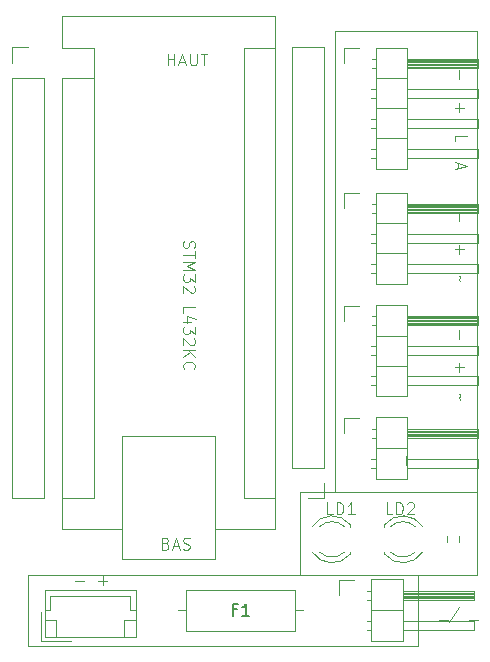
<source format=gbr>
%TF.GenerationSoftware,KiCad,Pcbnew,8.0.3*%
%TF.CreationDate,2024-09-18T17:44:19+02:00*%
%TF.ProjectId,pcb_robot,7063625f-726f-4626-9f74-2e6b69636164,rev?*%
%TF.SameCoordinates,Original*%
%TF.FileFunction,Legend,Top*%
%TF.FilePolarity,Positive*%
%FSLAX46Y46*%
G04 Gerber Fmt 4.6, Leading zero omitted, Abs format (unit mm)*
G04 Created by KiCad (PCBNEW 8.0.3) date 2024-09-18 17:44:19*
%MOMM*%
%LPD*%
G01*
G04 APERTURE LIST*
%ADD10C,0.100000*%
%ADD11C,0.150000*%
%ADD12C,0.120000*%
G04 APERTURE END LIST*
D10*
X130000000Y-105000000D02*
X163000000Y-105000000D01*
X163000000Y-111000000D01*
X130000000Y-111000000D01*
X130000000Y-105000000D01*
X153000000Y-98000000D02*
X168000000Y-98000000D01*
X168000000Y-105000000D01*
X153000000Y-105000000D01*
X153000000Y-98000000D01*
X156000000Y-59000000D02*
X168000000Y-59000000D01*
X168000000Y-98000000D01*
X156000000Y-98000000D01*
X156000000Y-59000000D01*
X164790789Y-108852657D02*
X165552693Y-108852657D01*
X166505074Y-107709800D02*
X165647932Y-108995514D01*
X167362218Y-108852657D02*
X168124122Y-108852657D01*
X143175200Y-76756265D02*
X143127580Y-76899122D01*
X143127580Y-76899122D02*
X143127580Y-77137217D01*
X143127580Y-77137217D02*
X143175200Y-77232455D01*
X143175200Y-77232455D02*
X143222819Y-77280074D01*
X143222819Y-77280074D02*
X143318057Y-77327693D01*
X143318057Y-77327693D02*
X143413295Y-77327693D01*
X143413295Y-77327693D02*
X143508533Y-77280074D01*
X143508533Y-77280074D02*
X143556152Y-77232455D01*
X143556152Y-77232455D02*
X143603771Y-77137217D01*
X143603771Y-77137217D02*
X143651390Y-76946741D01*
X143651390Y-76946741D02*
X143699009Y-76851503D01*
X143699009Y-76851503D02*
X143746628Y-76803884D01*
X143746628Y-76803884D02*
X143841866Y-76756265D01*
X143841866Y-76756265D02*
X143937104Y-76756265D01*
X143937104Y-76756265D02*
X144032342Y-76803884D01*
X144032342Y-76803884D02*
X144079961Y-76851503D01*
X144079961Y-76851503D02*
X144127580Y-76946741D01*
X144127580Y-76946741D02*
X144127580Y-77184836D01*
X144127580Y-77184836D02*
X144079961Y-77327693D01*
X144127580Y-77613408D02*
X144127580Y-78184836D01*
X143127580Y-77899122D02*
X144127580Y-77899122D01*
X143127580Y-78518170D02*
X144127580Y-78518170D01*
X144127580Y-78518170D02*
X143413295Y-78851503D01*
X143413295Y-78851503D02*
X144127580Y-79184836D01*
X144127580Y-79184836D02*
X143127580Y-79184836D01*
X144127580Y-79565789D02*
X144127580Y-80184836D01*
X144127580Y-80184836D02*
X143746628Y-79851503D01*
X143746628Y-79851503D02*
X143746628Y-79994360D01*
X143746628Y-79994360D02*
X143699009Y-80089598D01*
X143699009Y-80089598D02*
X143651390Y-80137217D01*
X143651390Y-80137217D02*
X143556152Y-80184836D01*
X143556152Y-80184836D02*
X143318057Y-80184836D01*
X143318057Y-80184836D02*
X143222819Y-80137217D01*
X143222819Y-80137217D02*
X143175200Y-80089598D01*
X143175200Y-80089598D02*
X143127580Y-79994360D01*
X143127580Y-79994360D02*
X143127580Y-79708646D01*
X143127580Y-79708646D02*
X143175200Y-79613408D01*
X143175200Y-79613408D02*
X143222819Y-79565789D01*
X144032342Y-80565789D02*
X144079961Y-80613408D01*
X144079961Y-80613408D02*
X144127580Y-80708646D01*
X144127580Y-80708646D02*
X144127580Y-80946741D01*
X144127580Y-80946741D02*
X144079961Y-81041979D01*
X144079961Y-81041979D02*
X144032342Y-81089598D01*
X144032342Y-81089598D02*
X143937104Y-81137217D01*
X143937104Y-81137217D02*
X143841866Y-81137217D01*
X143841866Y-81137217D02*
X143699009Y-81089598D01*
X143699009Y-81089598D02*
X143127580Y-80518170D01*
X143127580Y-80518170D02*
X143127580Y-81137217D01*
X143127580Y-82803884D02*
X143127580Y-82327694D01*
X143127580Y-82327694D02*
X144127580Y-82327694D01*
X143794247Y-83565789D02*
X143127580Y-83565789D01*
X144175200Y-83327694D02*
X143460914Y-83089599D01*
X143460914Y-83089599D02*
X143460914Y-83708646D01*
X144127580Y-83994361D02*
X144127580Y-84613408D01*
X144127580Y-84613408D02*
X143746628Y-84280075D01*
X143746628Y-84280075D02*
X143746628Y-84422932D01*
X143746628Y-84422932D02*
X143699009Y-84518170D01*
X143699009Y-84518170D02*
X143651390Y-84565789D01*
X143651390Y-84565789D02*
X143556152Y-84613408D01*
X143556152Y-84613408D02*
X143318057Y-84613408D01*
X143318057Y-84613408D02*
X143222819Y-84565789D01*
X143222819Y-84565789D02*
X143175200Y-84518170D01*
X143175200Y-84518170D02*
X143127580Y-84422932D01*
X143127580Y-84422932D02*
X143127580Y-84137218D01*
X143127580Y-84137218D02*
X143175200Y-84041980D01*
X143175200Y-84041980D02*
X143222819Y-83994361D01*
X144032342Y-84994361D02*
X144079961Y-85041980D01*
X144079961Y-85041980D02*
X144127580Y-85137218D01*
X144127580Y-85137218D02*
X144127580Y-85375313D01*
X144127580Y-85375313D02*
X144079961Y-85470551D01*
X144079961Y-85470551D02*
X144032342Y-85518170D01*
X144032342Y-85518170D02*
X143937104Y-85565789D01*
X143937104Y-85565789D02*
X143841866Y-85565789D01*
X143841866Y-85565789D02*
X143699009Y-85518170D01*
X143699009Y-85518170D02*
X143127580Y-84946742D01*
X143127580Y-84946742D02*
X143127580Y-85565789D01*
X143127580Y-85994361D02*
X144127580Y-85994361D01*
X143127580Y-86565789D02*
X143699009Y-86137218D01*
X144127580Y-86565789D02*
X143556152Y-85994361D01*
X143222819Y-87565789D02*
X143175200Y-87518170D01*
X143175200Y-87518170D02*
X143127580Y-87375313D01*
X143127580Y-87375313D02*
X143127580Y-87280075D01*
X143127580Y-87280075D02*
X143175200Y-87137218D01*
X143175200Y-87137218D02*
X143270438Y-87041980D01*
X143270438Y-87041980D02*
X143365676Y-86994361D01*
X143365676Y-86994361D02*
X143556152Y-86946742D01*
X143556152Y-86946742D02*
X143699009Y-86946742D01*
X143699009Y-86946742D02*
X143889485Y-86994361D01*
X143889485Y-86994361D02*
X143984723Y-87041980D01*
X143984723Y-87041980D02*
X144079961Y-87137218D01*
X144079961Y-87137218D02*
X144127580Y-87280075D01*
X144127580Y-87280075D02*
X144127580Y-87375313D01*
X144127580Y-87375313D02*
X144079961Y-87518170D01*
X144079961Y-87518170D02*
X144032342Y-87565789D01*
X166508533Y-62303884D02*
X166508533Y-63065789D01*
X166508533Y-65065789D02*
X166508533Y-65827694D01*
X166127580Y-65446741D02*
X166889485Y-65446741D01*
X166127580Y-68303884D02*
X166127580Y-67827694D01*
X166127580Y-67827694D02*
X167127580Y-67827694D01*
X166413295Y-70113409D02*
X166413295Y-70589599D01*
X166127580Y-70018171D02*
X167127580Y-70351504D01*
X167127580Y-70351504D02*
X166127580Y-70684837D01*
X141803884Y-61872419D02*
X141803884Y-60872419D01*
X141803884Y-61348609D02*
X142375312Y-61348609D01*
X142375312Y-61872419D02*
X142375312Y-60872419D01*
X142803884Y-61586704D02*
X143280074Y-61586704D01*
X142708646Y-61872419D02*
X143041979Y-60872419D01*
X143041979Y-60872419D02*
X143375312Y-61872419D01*
X143708646Y-60872419D02*
X143708646Y-61681942D01*
X143708646Y-61681942D02*
X143756265Y-61777180D01*
X143756265Y-61777180D02*
X143803884Y-61824800D01*
X143803884Y-61824800D02*
X143899122Y-61872419D01*
X143899122Y-61872419D02*
X144089598Y-61872419D01*
X144089598Y-61872419D02*
X144184836Y-61824800D01*
X144184836Y-61824800D02*
X144232455Y-61777180D01*
X144232455Y-61777180D02*
X144280074Y-61681942D01*
X144280074Y-61681942D02*
X144280074Y-60872419D01*
X144613408Y-60872419D02*
X145184836Y-60872419D01*
X144899122Y-61872419D02*
X144899122Y-60872419D01*
X155780074Y-99872419D02*
X155303884Y-99872419D01*
X155303884Y-99872419D02*
X155303884Y-98872419D01*
X156113408Y-99872419D02*
X156113408Y-98872419D01*
X156113408Y-98872419D02*
X156351503Y-98872419D01*
X156351503Y-98872419D02*
X156494360Y-98920038D01*
X156494360Y-98920038D02*
X156589598Y-99015276D01*
X156589598Y-99015276D02*
X156637217Y-99110514D01*
X156637217Y-99110514D02*
X156684836Y-99300990D01*
X156684836Y-99300990D02*
X156684836Y-99443847D01*
X156684836Y-99443847D02*
X156637217Y-99634323D01*
X156637217Y-99634323D02*
X156589598Y-99729561D01*
X156589598Y-99729561D02*
X156494360Y-99824800D01*
X156494360Y-99824800D02*
X156351503Y-99872419D01*
X156351503Y-99872419D02*
X156113408Y-99872419D01*
X157637217Y-99872419D02*
X157065789Y-99872419D01*
X157351503Y-99872419D02*
X157351503Y-98872419D01*
X157351503Y-98872419D02*
X157256265Y-99015276D01*
X157256265Y-99015276D02*
X157161027Y-99110514D01*
X157161027Y-99110514D02*
X157065789Y-99158133D01*
X160827694Y-99872419D02*
X160351504Y-99872419D01*
X160351504Y-99872419D02*
X160351504Y-98872419D01*
X161161028Y-99872419D02*
X161161028Y-98872419D01*
X161161028Y-98872419D02*
X161399123Y-98872419D01*
X161399123Y-98872419D02*
X161541980Y-98920038D01*
X161541980Y-98920038D02*
X161637218Y-99015276D01*
X161637218Y-99015276D02*
X161684837Y-99110514D01*
X161684837Y-99110514D02*
X161732456Y-99300990D01*
X161732456Y-99300990D02*
X161732456Y-99443847D01*
X161732456Y-99443847D02*
X161684837Y-99634323D01*
X161684837Y-99634323D02*
X161637218Y-99729561D01*
X161637218Y-99729561D02*
X161541980Y-99824800D01*
X161541980Y-99824800D02*
X161399123Y-99872419D01*
X161399123Y-99872419D02*
X161161028Y-99872419D01*
X162113409Y-98967657D02*
X162161028Y-98920038D01*
X162161028Y-98920038D02*
X162256266Y-98872419D01*
X162256266Y-98872419D02*
X162494361Y-98872419D01*
X162494361Y-98872419D02*
X162589599Y-98920038D01*
X162589599Y-98920038D02*
X162637218Y-98967657D01*
X162637218Y-98967657D02*
X162684837Y-99062895D01*
X162684837Y-99062895D02*
X162684837Y-99158133D01*
X162684837Y-99158133D02*
X162637218Y-99300990D01*
X162637218Y-99300990D02*
X162065790Y-99872419D01*
X162065790Y-99872419D02*
X162684837Y-99872419D01*
X162008533Y-94903884D02*
X162008533Y-95665789D01*
X166508533Y-84303884D02*
X166508533Y-85065789D01*
X166508533Y-87065789D02*
X166508533Y-87827694D01*
X166127580Y-87446741D02*
X166889485Y-87446741D01*
X166508533Y-89684837D02*
X166556152Y-89732456D01*
X166556152Y-89732456D02*
X166603771Y-89827694D01*
X166603771Y-89827694D02*
X166508533Y-90018170D01*
X166508533Y-90018170D02*
X166556152Y-90113408D01*
X166556152Y-90113408D02*
X166603771Y-90161027D01*
X141637217Y-102348609D02*
X141780074Y-102396228D01*
X141780074Y-102396228D02*
X141827693Y-102443847D01*
X141827693Y-102443847D02*
X141875312Y-102539085D01*
X141875312Y-102539085D02*
X141875312Y-102681942D01*
X141875312Y-102681942D02*
X141827693Y-102777180D01*
X141827693Y-102777180D02*
X141780074Y-102824800D01*
X141780074Y-102824800D02*
X141684836Y-102872419D01*
X141684836Y-102872419D02*
X141303884Y-102872419D01*
X141303884Y-102872419D02*
X141303884Y-101872419D01*
X141303884Y-101872419D02*
X141637217Y-101872419D01*
X141637217Y-101872419D02*
X141732455Y-101920038D01*
X141732455Y-101920038D02*
X141780074Y-101967657D01*
X141780074Y-101967657D02*
X141827693Y-102062895D01*
X141827693Y-102062895D02*
X141827693Y-102158133D01*
X141827693Y-102158133D02*
X141780074Y-102253371D01*
X141780074Y-102253371D02*
X141732455Y-102300990D01*
X141732455Y-102300990D02*
X141637217Y-102348609D01*
X141637217Y-102348609D02*
X141303884Y-102348609D01*
X142256265Y-102586704D02*
X142732455Y-102586704D01*
X142161027Y-102872419D02*
X142494360Y-101872419D01*
X142494360Y-101872419D02*
X142827693Y-102872419D01*
X143113408Y-102824800D02*
X143256265Y-102872419D01*
X143256265Y-102872419D02*
X143494360Y-102872419D01*
X143494360Y-102872419D02*
X143589598Y-102824800D01*
X143589598Y-102824800D02*
X143637217Y-102777180D01*
X143637217Y-102777180D02*
X143684836Y-102681942D01*
X143684836Y-102681942D02*
X143684836Y-102586704D01*
X143684836Y-102586704D02*
X143637217Y-102491466D01*
X143637217Y-102491466D02*
X143589598Y-102443847D01*
X143589598Y-102443847D02*
X143494360Y-102396228D01*
X143494360Y-102396228D02*
X143303884Y-102348609D01*
X143303884Y-102348609D02*
X143208646Y-102300990D01*
X143208646Y-102300990D02*
X143161027Y-102253371D01*
X143161027Y-102253371D02*
X143113408Y-102158133D01*
X143113408Y-102158133D02*
X143113408Y-102062895D01*
X143113408Y-102062895D02*
X143161027Y-101967657D01*
X143161027Y-101967657D02*
X143208646Y-101920038D01*
X143208646Y-101920038D02*
X143303884Y-101872419D01*
X143303884Y-101872419D02*
X143541979Y-101872419D01*
X143541979Y-101872419D02*
X143684836Y-101920038D01*
X136696115Y-105508533D02*
X135934211Y-105508533D01*
X136315163Y-105127580D02*
X136315163Y-105889485D01*
X134696115Y-105508533D02*
X133934211Y-105508533D01*
X166508533Y-74303884D02*
X166508533Y-75065789D01*
X166508533Y-77065789D02*
X166508533Y-77827694D01*
X166127580Y-77446741D02*
X166889485Y-77446741D01*
X166508533Y-79684837D02*
X166556152Y-79732456D01*
X166556152Y-79732456D02*
X166603771Y-79827694D01*
X166603771Y-79827694D02*
X166508533Y-80018170D01*
X166508533Y-80018170D02*
X166556152Y-80113408D01*
X166556152Y-80113408D02*
X166603771Y-80161027D01*
D11*
X147666666Y-107931009D02*
X147333333Y-107931009D01*
X147333333Y-108454819D02*
X147333333Y-107454819D01*
X147333333Y-107454819D02*
X147809523Y-107454819D01*
X148714285Y-108454819D02*
X148142857Y-108454819D01*
X148428571Y-108454819D02*
X148428571Y-107454819D01*
X148428571Y-107454819D02*
X148333333Y-107597676D01*
X148333333Y-107597676D02*
X148238095Y-107692914D01*
X148238095Y-107692914D02*
X148142857Y-107740533D01*
D12*
%TO.C,J7*%
X156730000Y-60430000D02*
X158000000Y-60430000D01*
X156730000Y-61700000D02*
X156730000Y-60430000D01*
X159042929Y-63860000D02*
X159440000Y-63860000D01*
X159042929Y-64620000D02*
X159440000Y-64620000D01*
X159042929Y-66400000D02*
X159440000Y-66400000D01*
X159042929Y-67160000D02*
X159440000Y-67160000D01*
X159042929Y-68940000D02*
X159440000Y-68940000D01*
X159042929Y-69700000D02*
X159440000Y-69700000D01*
X159110000Y-61320000D02*
X159440000Y-61320000D01*
X159110000Y-62080000D02*
X159440000Y-62080000D01*
X159440000Y-60370000D02*
X159440000Y-70650000D01*
X159440000Y-62970000D02*
X162100000Y-62970000D01*
X159440000Y-65510000D02*
X162100000Y-65510000D01*
X159440000Y-68050000D02*
X162100000Y-68050000D01*
X159440000Y-70650000D02*
X162100000Y-70650000D01*
X162100000Y-60370000D02*
X159440000Y-60370000D01*
X162100000Y-61320000D02*
X168100000Y-61320000D01*
X162100000Y-61380000D02*
X168100000Y-61380000D01*
X162100000Y-61500000D02*
X168100000Y-61500000D01*
X162100000Y-61620000D02*
X168100000Y-61620000D01*
X162100000Y-61740000D02*
X168100000Y-61740000D01*
X162100000Y-61860000D02*
X168100000Y-61860000D01*
X162100000Y-61980000D02*
X168100000Y-61980000D01*
X162100000Y-63860000D02*
X168100000Y-63860000D01*
X162100000Y-66400000D02*
X168100000Y-66400000D01*
X162100000Y-68940000D02*
X168100000Y-68940000D01*
X162100000Y-70650000D02*
X162100000Y-60370000D01*
X168100000Y-61320000D02*
X168100000Y-62080000D01*
X168100000Y-62080000D02*
X162100000Y-62080000D01*
X168100000Y-63860000D02*
X168100000Y-64620000D01*
X168100000Y-64620000D02*
X162100000Y-64620000D01*
X168100000Y-66400000D02*
X168100000Y-67160000D01*
X168100000Y-67160000D02*
X162100000Y-67160000D01*
X168100000Y-68940000D02*
X168100000Y-69700000D01*
X168100000Y-69700000D02*
X162100000Y-69700000D01*
%TO.C,J5*%
X131090000Y-108110000D02*
X131090000Y-110610000D01*
X131090000Y-110610000D02*
X133590000Y-110610000D01*
X131390000Y-106290000D02*
X131390000Y-110310000D01*
X131390000Y-108000000D02*
X131890000Y-108000000D01*
X131390000Y-108810000D02*
X132390000Y-108810000D01*
X131390000Y-110310000D02*
X139110000Y-110310000D01*
X131890000Y-106790000D02*
X138610000Y-106790000D01*
X131890000Y-108000000D02*
X131890000Y-106790000D01*
X132390000Y-108810000D02*
X132390000Y-110310000D01*
X138110000Y-108810000D02*
X138110000Y-110310000D01*
X138610000Y-106790000D02*
X138610000Y-108000000D01*
X138610000Y-108000000D02*
X139110000Y-108000000D01*
X139110000Y-106290000D02*
X131390000Y-106290000D01*
X139110000Y-108810000D02*
X138110000Y-108810000D01*
X139110000Y-110310000D02*
X139110000Y-106290000D01*
%TO.C,D1*%
X160170000Y-100764000D02*
X160170000Y-100920000D01*
X160170000Y-103080000D02*
X160170000Y-103236000D01*
X160170000Y-100764484D02*
G75*
G02*
X163402335Y-100921392I1560000J-1235516D01*
G01*
X160689039Y-100920000D02*
G75*
G02*
X162771130Y-100920163I1040961J-1080000D01*
G01*
X162771130Y-103079837D02*
G75*
G02*
X160689039Y-103080000I-1041130J1079837D01*
G01*
X163402335Y-103078608D02*
G75*
G02*
X160170000Y-103235516I-1672335J1078608D01*
G01*
%TO.C,J6*%
X156733632Y-91730000D02*
X158003632Y-91730000D01*
X156733632Y-93000000D02*
X156733632Y-91730000D01*
X159046561Y-95160000D02*
X159443632Y-95160000D01*
X159046561Y-95920000D02*
X159443632Y-95920000D01*
X159113632Y-92620000D02*
X159443632Y-92620000D01*
X159113632Y-93380000D02*
X159443632Y-93380000D01*
X159443632Y-91670000D02*
X159443632Y-96870000D01*
X159443632Y-94270000D02*
X162103632Y-94270000D01*
X159443632Y-96870000D02*
X162103632Y-96870000D01*
X162103632Y-91670000D02*
X159443632Y-91670000D01*
X162103632Y-92620000D02*
X168103632Y-92620000D01*
X162103632Y-92680000D02*
X168103632Y-92680000D01*
X162103632Y-92800000D02*
X168103632Y-92800000D01*
X162103632Y-92920000D02*
X168103632Y-92920000D01*
X162103632Y-93040000D02*
X168103632Y-93040000D01*
X162103632Y-93160000D02*
X168103632Y-93160000D01*
X162103632Y-93280000D02*
X168103632Y-93280000D01*
X162103632Y-95160000D02*
X168103632Y-95160000D01*
X162103632Y-96870000D02*
X162103632Y-91670000D01*
X168103632Y-92620000D02*
X168103632Y-93380000D01*
X168103632Y-93380000D02*
X162103632Y-93380000D01*
X168103632Y-95160000D02*
X168103632Y-95920000D01*
X168103632Y-95920000D02*
X162103632Y-95920000D01*
%TO.C,J2*%
X156730000Y-82220000D02*
X158000000Y-82220000D01*
X156730000Y-83490000D02*
X156730000Y-82220000D01*
X159042929Y-85650000D02*
X159440000Y-85650000D01*
X159042929Y-86410000D02*
X159440000Y-86410000D01*
X159042929Y-88190000D02*
X159440000Y-88190000D01*
X159042929Y-88950000D02*
X159440000Y-88950000D01*
X159110000Y-83110000D02*
X159440000Y-83110000D01*
X159110000Y-83870000D02*
X159440000Y-83870000D01*
X159440000Y-82160000D02*
X159440000Y-89900000D01*
X159440000Y-84760000D02*
X162100000Y-84760000D01*
X159440000Y-87300000D02*
X162100000Y-87300000D01*
X159440000Y-89900000D02*
X162100000Y-89900000D01*
X162100000Y-82160000D02*
X159440000Y-82160000D01*
X162100000Y-83110000D02*
X168100000Y-83110000D01*
X162100000Y-83170000D02*
X168100000Y-83170000D01*
X162100000Y-83290000D02*
X168100000Y-83290000D01*
X162100000Y-83410000D02*
X168100000Y-83410000D01*
X162100000Y-83530000D02*
X168100000Y-83530000D01*
X162100000Y-83650000D02*
X168100000Y-83650000D01*
X162100000Y-83770000D02*
X168100000Y-83770000D01*
X162100000Y-85650000D02*
X168100000Y-85650000D01*
X162100000Y-88190000D02*
X168100000Y-88190000D01*
X162100000Y-89900000D02*
X162100000Y-82160000D01*
X168100000Y-83110000D02*
X168100000Y-83870000D01*
X168100000Y-83870000D02*
X162100000Y-83870000D01*
X168100000Y-85650000D02*
X168100000Y-86410000D01*
X168100000Y-86410000D02*
X162100000Y-86410000D01*
X168100000Y-88190000D02*
X168100000Y-88950000D01*
X168100000Y-88950000D02*
X162100000Y-88950000D01*
%TO.C,J4*%
X156355000Y-105455000D02*
X157625000Y-105455000D01*
X156355000Y-106725000D02*
X156355000Y-105455000D01*
X158667929Y-108885000D02*
X159065000Y-108885000D01*
X158667929Y-109645000D02*
X159065000Y-109645000D01*
X158735000Y-106345000D02*
X159065000Y-106345000D01*
X158735000Y-107105000D02*
X159065000Y-107105000D01*
X159065000Y-105395000D02*
X159065000Y-110595000D01*
X159065000Y-107995000D02*
X161725000Y-107995000D01*
X159065000Y-110595000D02*
X161725000Y-110595000D01*
X161725000Y-105395000D02*
X159065000Y-105395000D01*
X161725000Y-106345000D02*
X167725000Y-106345000D01*
X161725000Y-106405000D02*
X167725000Y-106405000D01*
X161725000Y-106525000D02*
X167725000Y-106525000D01*
X161725000Y-106645000D02*
X167725000Y-106645000D01*
X161725000Y-106765000D02*
X167725000Y-106765000D01*
X161725000Y-106885000D02*
X167725000Y-106885000D01*
X161725000Y-107005000D02*
X167725000Y-107005000D01*
X161725000Y-108885000D02*
X167725000Y-108885000D01*
X161725000Y-110595000D02*
X161725000Y-105395000D01*
X167725000Y-106345000D02*
X167725000Y-107105000D01*
X167725000Y-107105000D02*
X161725000Y-107105000D01*
X167725000Y-108885000D02*
X167725000Y-109645000D01*
X167725000Y-109645000D02*
X161725000Y-109645000D01*
%TO.C,J9*%
X152373632Y-95930000D02*
X152373632Y-60310000D01*
X155033632Y-60310000D02*
X152373632Y-60310000D01*
X155033632Y-95930000D02*
X152373632Y-95930000D01*
X155033632Y-95930000D02*
X155033632Y-60310000D01*
X155033632Y-97200000D02*
X155033632Y-98530000D01*
X155033632Y-98530000D02*
X153703632Y-98530000D01*
%TO.C,J10*%
X128670000Y-60310000D02*
X130000000Y-60310000D01*
X128670000Y-61640000D02*
X128670000Y-60310000D01*
X128670000Y-62910000D02*
X128670000Y-98530000D01*
X128670000Y-62910000D02*
X131330000Y-62910000D01*
X128670000Y-98530000D02*
X131330000Y-98530000D01*
X131330000Y-62910000D02*
X131330000Y-98530000D01*
%TO.C,D2*%
X157290000Y-100920000D02*
X157290000Y-100764000D01*
X157290000Y-103236000D02*
X157290000Y-103080000D01*
X154057665Y-100921392D02*
G75*
G02*
X157290000Y-100764484I1672335J-1078608D01*
G01*
X154688870Y-100920163D02*
G75*
G02*
X156770961Y-100920000I1041130J-1079837D01*
G01*
X156770961Y-103080000D02*
G75*
G02*
X154688870Y-103079837I-1040961J1080000D01*
G01*
X157290000Y-103235516D02*
G75*
G02*
X154057665Y-103078608I-1560000J1235516D01*
G01*
%TO.C,F1*%
X142690000Y-108000000D02*
X143380000Y-108000000D01*
X143380000Y-106280000D02*
X143380000Y-109720000D01*
X143380000Y-109720000D02*
X152620000Y-109720000D01*
X152620000Y-106280000D02*
X143380000Y-106280000D01*
X152620000Y-109720000D02*
X152620000Y-106280000D01*
X153310000Y-108000000D02*
X152620000Y-108000000D01*
%TO.C,J3*%
X156730000Y-72705000D02*
X158000000Y-72705000D01*
X156730000Y-73975000D02*
X156730000Y-72705000D01*
X159042929Y-76135000D02*
X159440000Y-76135000D01*
X159042929Y-76895000D02*
X159440000Y-76895000D01*
X159042929Y-78675000D02*
X159440000Y-78675000D01*
X159042929Y-79435000D02*
X159440000Y-79435000D01*
X159110000Y-73595000D02*
X159440000Y-73595000D01*
X159110000Y-74355000D02*
X159440000Y-74355000D01*
X159440000Y-72645000D02*
X159440000Y-80385000D01*
X159440000Y-75245000D02*
X162100000Y-75245000D01*
X159440000Y-77785000D02*
X162100000Y-77785000D01*
X159440000Y-80385000D02*
X162100000Y-80385000D01*
X162100000Y-72645000D02*
X159440000Y-72645000D01*
X162100000Y-73595000D02*
X168100000Y-73595000D01*
X162100000Y-73655000D02*
X168100000Y-73655000D01*
X162100000Y-73775000D02*
X168100000Y-73775000D01*
X162100000Y-73895000D02*
X168100000Y-73895000D01*
X162100000Y-74015000D02*
X168100000Y-74015000D01*
X162100000Y-74135000D02*
X168100000Y-74135000D01*
X162100000Y-74255000D02*
X168100000Y-74255000D01*
X162100000Y-76135000D02*
X168100000Y-76135000D01*
X162100000Y-78675000D02*
X168100000Y-78675000D01*
X162100000Y-80385000D02*
X162100000Y-72645000D01*
X168100000Y-73595000D02*
X168100000Y-74355000D01*
X168100000Y-74355000D02*
X162100000Y-74355000D01*
X168100000Y-76135000D02*
X168100000Y-76895000D01*
X168100000Y-76895000D02*
X162100000Y-76895000D01*
X168100000Y-78675000D02*
X168100000Y-79435000D01*
X168100000Y-79435000D02*
X162100000Y-79435000D01*
%TO.C,A1*%
X132890000Y-57710000D02*
X132890000Y-60380000D01*
X132890000Y-62920000D02*
X132890000Y-101150000D01*
X132890000Y-101150000D02*
X137970000Y-101150000D01*
X135560000Y-60380000D02*
X132890000Y-60380000D01*
X135560000Y-62920000D02*
X132890000Y-62920000D01*
X135560000Y-62920000D02*
X135560000Y-60380000D01*
X135560000Y-62920000D02*
X135560000Y-98480000D01*
X135560000Y-98480000D02*
X132890000Y-98480000D01*
X137970000Y-93270000D02*
X145850000Y-93270000D01*
X137970000Y-103690000D02*
X137970000Y-93270000D01*
X145850000Y-93270000D02*
X145850000Y-103690000D01*
X145850000Y-103690000D02*
X137970000Y-103690000D01*
X148260000Y-60380000D02*
X148260000Y-98480000D01*
X148260000Y-60380000D02*
X150930000Y-60380000D01*
X148260000Y-98480000D02*
X150930000Y-98480000D01*
X150930000Y-57710000D02*
X132890000Y-57710000D01*
X150930000Y-101150000D02*
X145850000Y-101150000D01*
X150930000Y-101150000D02*
X150930000Y-57710000D01*
%TO.C,R1*%
X165477500Y-101745276D02*
X165477500Y-102254724D01*
X166522500Y-101745276D02*
X166522500Y-102254724D01*
%TD*%
M02*

</source>
